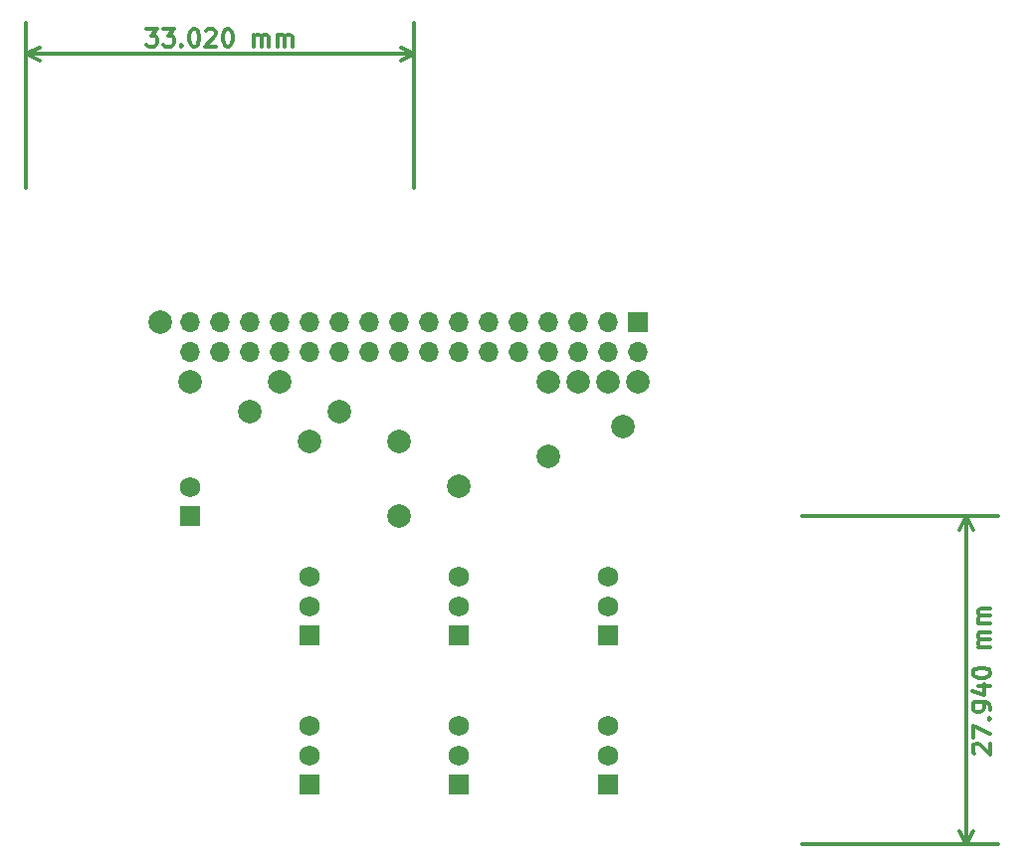
<source format=gbr>
G04 #@! TF.FileFunction,Soldermask,Bot*
%FSLAX46Y46*%
G04 Gerber Fmt 4.6, Leading zero omitted, Abs format (unit mm)*
G04 Created by KiCad (PCBNEW 4.0.6-e0-6349~52~ubuntu16.10.1) date Sat Jul 15 20:13:40 2017*
%MOMM*%
%LPD*%
G01*
G04 APERTURE LIST*
%ADD10C,0.100000*%
%ADD11C,0.300000*%
%ADD12R,1.750000X1.750000*%
%ADD13C,1.750000*%
%ADD14R,1.700000X1.700000*%
%ADD15O,1.700000X1.700000*%
%ADD16C,2.000000*%
G04 APERTURE END LIST*
D10*
D11*
X-22795713Y41541429D02*
X-21867142Y41541429D01*
X-22367142Y40970000D01*
X-22152856Y40970000D01*
X-22009999Y40898571D01*
X-21938570Y40827143D01*
X-21867142Y40684286D01*
X-21867142Y40327143D01*
X-21938570Y40184286D01*
X-22009999Y40112857D01*
X-22152856Y40041429D01*
X-22581428Y40041429D01*
X-22724285Y40112857D01*
X-22795713Y40184286D01*
X-21367142Y41541429D02*
X-20438571Y41541429D01*
X-20938571Y40970000D01*
X-20724285Y40970000D01*
X-20581428Y40898571D01*
X-20509999Y40827143D01*
X-20438571Y40684286D01*
X-20438571Y40327143D01*
X-20509999Y40184286D01*
X-20581428Y40112857D01*
X-20724285Y40041429D01*
X-21152857Y40041429D01*
X-21295714Y40112857D01*
X-21367142Y40184286D01*
X-19795714Y40184286D02*
X-19724286Y40112857D01*
X-19795714Y40041429D01*
X-19867143Y40112857D01*
X-19795714Y40184286D01*
X-19795714Y40041429D01*
X-18795714Y41541429D02*
X-18652857Y41541429D01*
X-18510000Y41470000D01*
X-18438571Y41398571D01*
X-18367142Y41255714D01*
X-18295714Y40970000D01*
X-18295714Y40612857D01*
X-18367142Y40327143D01*
X-18438571Y40184286D01*
X-18510000Y40112857D01*
X-18652857Y40041429D01*
X-18795714Y40041429D01*
X-18938571Y40112857D01*
X-19010000Y40184286D01*
X-19081428Y40327143D01*
X-19152857Y40612857D01*
X-19152857Y40970000D01*
X-19081428Y41255714D01*
X-19010000Y41398571D01*
X-18938571Y41470000D01*
X-18795714Y41541429D01*
X-17724286Y41398571D02*
X-17652857Y41470000D01*
X-17510000Y41541429D01*
X-17152857Y41541429D01*
X-17010000Y41470000D01*
X-16938571Y41398571D01*
X-16867143Y41255714D01*
X-16867143Y41112857D01*
X-16938571Y40898571D01*
X-17795714Y40041429D01*
X-16867143Y40041429D01*
X-15938572Y41541429D02*
X-15795715Y41541429D01*
X-15652858Y41470000D01*
X-15581429Y41398571D01*
X-15510000Y41255714D01*
X-15438572Y40970000D01*
X-15438572Y40612857D01*
X-15510000Y40327143D01*
X-15581429Y40184286D01*
X-15652858Y40112857D01*
X-15795715Y40041429D01*
X-15938572Y40041429D01*
X-16081429Y40112857D01*
X-16152858Y40184286D01*
X-16224286Y40327143D01*
X-16295715Y40612857D01*
X-16295715Y40970000D01*
X-16224286Y41255714D01*
X-16152858Y41398571D01*
X-16081429Y41470000D01*
X-15938572Y41541429D01*
X-13652858Y40041429D02*
X-13652858Y41041429D01*
X-13652858Y40898571D02*
X-13581430Y40970000D01*
X-13438572Y41041429D01*
X-13224287Y41041429D01*
X-13081430Y40970000D01*
X-13010001Y40827143D01*
X-13010001Y40041429D01*
X-13010001Y40827143D02*
X-12938572Y40970000D01*
X-12795715Y41041429D01*
X-12581430Y41041429D01*
X-12438572Y40970000D01*
X-12367144Y40827143D01*
X-12367144Y40041429D01*
X-11652858Y40041429D02*
X-11652858Y41041429D01*
X-11652858Y40898571D02*
X-11581430Y40970000D01*
X-11438572Y41041429D01*
X-11224287Y41041429D01*
X-11081430Y40970000D01*
X-11010001Y40827143D01*
X-11010001Y40041429D01*
X-11010001Y40827143D02*
X-10938572Y40970000D01*
X-10795715Y41041429D01*
X-10581430Y41041429D01*
X-10438572Y40970000D01*
X-10367144Y40827143D01*
X-10367144Y40041429D01*
X-33020000Y39370000D02*
X0Y39370000D01*
X-33020000Y27940000D02*
X-33020000Y42070000D01*
X0Y27940000D02*
X0Y42070000D01*
X0Y39370000D02*
X-1126504Y38783579D01*
X0Y39370000D02*
X-1126504Y39956421D01*
X-33020000Y39370000D02*
X-31893496Y38783579D01*
X-33020000Y39370000D02*
X-31893496Y39956421D01*
X47661429Y-20184285D02*
X47590000Y-20112856D01*
X47518571Y-19969999D01*
X47518571Y-19612856D01*
X47590000Y-19469999D01*
X47661429Y-19398570D01*
X47804286Y-19327142D01*
X47947143Y-19327142D01*
X48161429Y-19398570D01*
X49018571Y-20255713D01*
X49018571Y-19327142D01*
X47518571Y-18827142D02*
X47518571Y-17827142D01*
X49018571Y-18469999D01*
X48875714Y-17255714D02*
X48947143Y-17184286D01*
X49018571Y-17255714D01*
X48947143Y-17327143D01*
X48875714Y-17255714D01*
X49018571Y-17255714D01*
X49018571Y-16470000D02*
X49018571Y-16184285D01*
X48947143Y-16041428D01*
X48875714Y-15970000D01*
X48661429Y-15827142D01*
X48375714Y-15755714D01*
X47804286Y-15755714D01*
X47661429Y-15827142D01*
X47590000Y-15898571D01*
X47518571Y-16041428D01*
X47518571Y-16327142D01*
X47590000Y-16470000D01*
X47661429Y-16541428D01*
X47804286Y-16612857D01*
X48161429Y-16612857D01*
X48304286Y-16541428D01*
X48375714Y-16470000D01*
X48447143Y-16327142D01*
X48447143Y-16041428D01*
X48375714Y-15898571D01*
X48304286Y-15827142D01*
X48161429Y-15755714D01*
X48018571Y-14470000D02*
X49018571Y-14470000D01*
X47447143Y-14827143D02*
X48518571Y-15184286D01*
X48518571Y-14255714D01*
X47518571Y-13398572D02*
X47518571Y-13255715D01*
X47590000Y-13112858D01*
X47661429Y-13041429D01*
X47804286Y-12970000D01*
X48090000Y-12898572D01*
X48447143Y-12898572D01*
X48732857Y-12970000D01*
X48875714Y-13041429D01*
X48947143Y-13112858D01*
X49018571Y-13255715D01*
X49018571Y-13398572D01*
X48947143Y-13541429D01*
X48875714Y-13612858D01*
X48732857Y-13684286D01*
X48447143Y-13755715D01*
X48090000Y-13755715D01*
X47804286Y-13684286D01*
X47661429Y-13612858D01*
X47590000Y-13541429D01*
X47518571Y-13398572D01*
X49018571Y-11112858D02*
X48018571Y-11112858D01*
X48161429Y-11112858D02*
X48090000Y-11041430D01*
X48018571Y-10898572D01*
X48018571Y-10684287D01*
X48090000Y-10541430D01*
X48232857Y-10470001D01*
X49018571Y-10470001D01*
X48232857Y-10470001D02*
X48090000Y-10398572D01*
X48018571Y-10255715D01*
X48018571Y-10041430D01*
X48090000Y-9898572D01*
X48232857Y-9827144D01*
X49018571Y-9827144D01*
X49018571Y-9112858D02*
X48018571Y-9112858D01*
X48161429Y-9112858D02*
X48090000Y-9041430D01*
X48018571Y-8898572D01*
X48018571Y-8684287D01*
X48090000Y-8541430D01*
X48232857Y-8470001D01*
X49018571Y-8470001D01*
X48232857Y-8470001D02*
X48090000Y-8398572D01*
X48018571Y-8255715D01*
X48018571Y-8041430D01*
X48090000Y-7898572D01*
X48232857Y-7827144D01*
X49018571Y-7827144D01*
X46990000Y-27940000D02*
X46990000Y0D01*
X33020000Y-27940000D02*
X49690000Y-27940000D01*
X33020000Y0D02*
X49690000Y0D01*
X46990000Y0D02*
X47576421Y-1126504D01*
X46990000Y0D02*
X46403579Y-1126504D01*
X46990000Y-27940000D02*
X47576421Y-26813496D01*
X46990000Y-27940000D02*
X46403579Y-26813496D01*
D12*
X3810000Y-10160000D03*
D13*
X3810000Y-7660000D03*
X3810000Y-5160000D03*
D14*
X19050000Y16510000D03*
D15*
X19050000Y13970000D03*
X16510000Y16510000D03*
X16510000Y13970000D03*
X13970000Y16510000D03*
X13970000Y13970000D03*
X11430000Y16510000D03*
X11430000Y13970000D03*
X8890000Y16510000D03*
X8890000Y13970000D03*
X6350000Y16510000D03*
X6350000Y13970000D03*
X3810000Y16510000D03*
X3810000Y13970000D03*
X1270000Y16510000D03*
X1270000Y13970000D03*
X-1270000Y16510000D03*
X-1270000Y13970000D03*
X-3810000Y16510000D03*
X-3810000Y13970000D03*
X-6350000Y16510000D03*
X-6350000Y13970000D03*
X-8890000Y16510000D03*
X-8890000Y13970000D03*
X-11430000Y16510000D03*
X-11430000Y13970000D03*
X-13970000Y16510000D03*
X-13970000Y13970000D03*
X-16510000Y16510000D03*
X-16510000Y13970000D03*
X-19050000Y16510000D03*
X-19050000Y13970000D03*
D12*
X-19050000Y0D03*
D13*
X-19050000Y2500000D03*
D12*
X16510000Y-10160000D03*
D13*
X16510000Y-7660000D03*
X16510000Y-5160000D03*
D12*
X16510000Y-22860000D03*
D13*
X16510000Y-20360000D03*
X16510000Y-17860000D03*
D12*
X3810000Y-22860000D03*
D13*
X3810000Y-20360000D03*
X3810000Y-17860000D03*
D12*
X-8890000Y-10160000D03*
D13*
X-8890000Y-7660000D03*
X-8890000Y-5160000D03*
D12*
X-8890000Y-22860000D03*
D13*
X-8890000Y-20360000D03*
X-8890000Y-17860000D03*
D16*
X17780000Y7620000D03*
X19050000Y11430000D03*
X11430000Y5080000D03*
X16510000Y11430000D03*
X3810000Y2540000D03*
X13970000Y11430000D03*
X-1270000Y0D03*
X11430000Y11430000D03*
X-8890000Y6350000D03*
X-1270000Y6350000D03*
X-13970000Y8890000D03*
X-6350000Y8890000D03*
X-19050000Y11430000D03*
X-11430000Y11430000D03*
X-21590000Y16510000D03*
M02*

</source>
